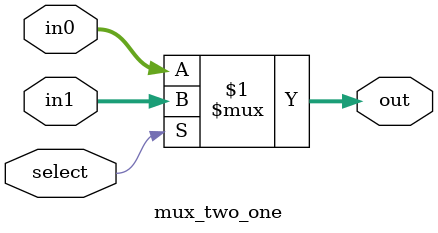
<source format=v>
module mux_two_one(in0, in1, select, out);
//if select is 1 you get in1
	input[31:0] in0, in1;
	input select;
	output[31:0] out;
	assign out = select ? in1 : in0;
endmodule

</source>
